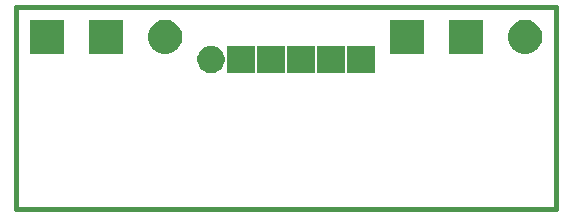
<source format=gbr>
G04 #@! TF.GenerationSoftware,KiCad,Pcbnew,5.1.6-c6e7f7d~87~ubuntu19.10.1*
G04 #@! TF.CreationDate,2022-03-31T19:00:01+06:00*
G04 #@! TF.ProjectId,1590N1_potentiometer_board_18_2x17_r1b,31353930-4e31-45f7-906f-74656e74696f,1B*
G04 #@! TF.SameCoordinates,Original*
G04 #@! TF.FileFunction,Soldermask,Bot*
G04 #@! TF.FilePolarity,Negative*
%FSLAX46Y46*%
G04 Gerber Fmt 4.6, Leading zero omitted, Abs format (unit mm)*
G04 Created by KiCad (PCBNEW 5.1.6-c6e7f7d~87~ubuntu19.10.1) date 2022-03-31 19:00:01*
%MOMM*%
%LPD*%
G01*
G04 APERTURE LIST*
G04 #@! TA.AperFunction,Profile*
%ADD10C,0.400000*%
G04 #@! TD*
%ADD11C,0.100000*%
G04 APERTURE END LIST*
D10*
X128270000Y-140335000D02*
X128270000Y-157480000D01*
X82550000Y-140335000D02*
X82550000Y-157480000D01*
X82550000Y-157480000D02*
X128270000Y-157480000D01*
X82550000Y-140335000D02*
X128270000Y-140335000D01*
D11*
G36*
X110370000Y-145930000D02*
G01*
X108070000Y-145930000D01*
X108070000Y-143630000D01*
X110370000Y-143630000D01*
X110370000Y-145930000D01*
G37*
G36*
X105290000Y-145930000D02*
G01*
X102990000Y-145930000D01*
X102990000Y-143630000D01*
X105290000Y-143630000D01*
X105290000Y-145930000D01*
G37*
G36*
X102750000Y-145930000D02*
G01*
X100450000Y-145930000D01*
X100450000Y-143630000D01*
X102750000Y-143630000D01*
X102750000Y-145930000D01*
G37*
G36*
X99284354Y-143652097D02*
G01*
X99395443Y-143674194D01*
X99518039Y-143724976D01*
X99604728Y-143760883D01*
X99793081Y-143886736D01*
X99953264Y-144046919D01*
X100079117Y-144235272D01*
X100115024Y-144321961D01*
X100165806Y-144444557D01*
X100210000Y-144666735D01*
X100210000Y-144893265D01*
X100165806Y-145115443D01*
X100115024Y-145238039D01*
X100079117Y-145324728D01*
X99953264Y-145513081D01*
X99793081Y-145673264D01*
X99604728Y-145799117D01*
X99518039Y-145835024D01*
X99395443Y-145885806D01*
X99284354Y-145907903D01*
X99173267Y-145930000D01*
X98946733Y-145930000D01*
X98835646Y-145907903D01*
X98724557Y-145885806D01*
X98601961Y-145835024D01*
X98515272Y-145799117D01*
X98326919Y-145673264D01*
X98166736Y-145513081D01*
X98040883Y-145324728D01*
X98004976Y-145238039D01*
X97954194Y-145115443D01*
X97910000Y-144893265D01*
X97910000Y-144666735D01*
X97954194Y-144444557D01*
X98004976Y-144321961D01*
X98040883Y-144235272D01*
X98166736Y-144046919D01*
X98326919Y-143886736D01*
X98515272Y-143760883D01*
X98601961Y-143724976D01*
X98724557Y-143674194D01*
X98835646Y-143652097D01*
X98946733Y-143630000D01*
X99173267Y-143630000D01*
X99284354Y-143652097D01*
G37*
G36*
X107830000Y-145930000D02*
G01*
X105530000Y-145930000D01*
X105530000Y-143630000D01*
X107830000Y-143630000D01*
X107830000Y-145930000D01*
G37*
G36*
X112910000Y-145930000D02*
G01*
X110610000Y-145930000D01*
X110610000Y-143630000D01*
X112910000Y-143630000D01*
X112910000Y-145930000D01*
G37*
G36*
X86620000Y-144325000D02*
G01*
X83720000Y-144325000D01*
X83720000Y-141425000D01*
X86620000Y-141425000D01*
X86620000Y-144325000D01*
G37*
G36*
X122100000Y-144325000D02*
G01*
X119200000Y-144325000D01*
X119200000Y-141425000D01*
X122100000Y-141425000D01*
X122100000Y-144325000D01*
G37*
G36*
X95592948Y-141480722D02*
G01*
X95856831Y-141590026D01*
X95856833Y-141590027D01*
X96094321Y-141748711D01*
X96296289Y-141950679D01*
X96454973Y-142188167D01*
X96454974Y-142188169D01*
X96564278Y-142452052D01*
X96620000Y-142732186D01*
X96620000Y-143017814D01*
X96564278Y-143297948D01*
X96454974Y-143561831D01*
X96454973Y-143561833D01*
X96296289Y-143799321D01*
X96094321Y-144001289D01*
X95856833Y-144159973D01*
X95856832Y-144159974D01*
X95856831Y-144159974D01*
X95592948Y-144269278D01*
X95312814Y-144325000D01*
X95027186Y-144325000D01*
X94747052Y-144269278D01*
X94483169Y-144159974D01*
X94483168Y-144159974D01*
X94483167Y-144159973D01*
X94245679Y-144001289D01*
X94043711Y-143799321D01*
X93885027Y-143561833D01*
X93885026Y-143561831D01*
X93775722Y-143297948D01*
X93720000Y-143017814D01*
X93720000Y-142732186D01*
X93775722Y-142452052D01*
X93885026Y-142188169D01*
X93885027Y-142188167D01*
X94043711Y-141950679D01*
X94245679Y-141748711D01*
X94483167Y-141590027D01*
X94483169Y-141590026D01*
X94747052Y-141480722D01*
X95027186Y-141425000D01*
X95312814Y-141425000D01*
X95592948Y-141480722D01*
G37*
G36*
X91620000Y-144325000D02*
G01*
X88720000Y-144325000D01*
X88720000Y-141425000D01*
X91620000Y-141425000D01*
X91620000Y-144325000D01*
G37*
G36*
X117100000Y-144325000D02*
G01*
X114200000Y-144325000D01*
X114200000Y-141425000D01*
X117100000Y-141425000D01*
X117100000Y-144325000D01*
G37*
G36*
X126072948Y-141480722D02*
G01*
X126336831Y-141590026D01*
X126336833Y-141590027D01*
X126574321Y-141748711D01*
X126776289Y-141950679D01*
X126934973Y-142188167D01*
X126934974Y-142188169D01*
X127044278Y-142452052D01*
X127100000Y-142732186D01*
X127100000Y-143017814D01*
X127044278Y-143297948D01*
X126934974Y-143561831D01*
X126934973Y-143561833D01*
X126776289Y-143799321D01*
X126574321Y-144001289D01*
X126336833Y-144159973D01*
X126336832Y-144159974D01*
X126336831Y-144159974D01*
X126072948Y-144269278D01*
X125792814Y-144325000D01*
X125507186Y-144325000D01*
X125227052Y-144269278D01*
X124963169Y-144159974D01*
X124963168Y-144159974D01*
X124963167Y-144159973D01*
X124725679Y-144001289D01*
X124523711Y-143799321D01*
X124365027Y-143561833D01*
X124365026Y-143561831D01*
X124255722Y-143297948D01*
X124200000Y-143017814D01*
X124200000Y-142732186D01*
X124255722Y-142452052D01*
X124365026Y-142188169D01*
X124365027Y-142188167D01*
X124523711Y-141950679D01*
X124725679Y-141748711D01*
X124963167Y-141590027D01*
X124963169Y-141590026D01*
X125227052Y-141480722D01*
X125507186Y-141425000D01*
X125792814Y-141425000D01*
X126072948Y-141480722D01*
G37*
M02*

</source>
